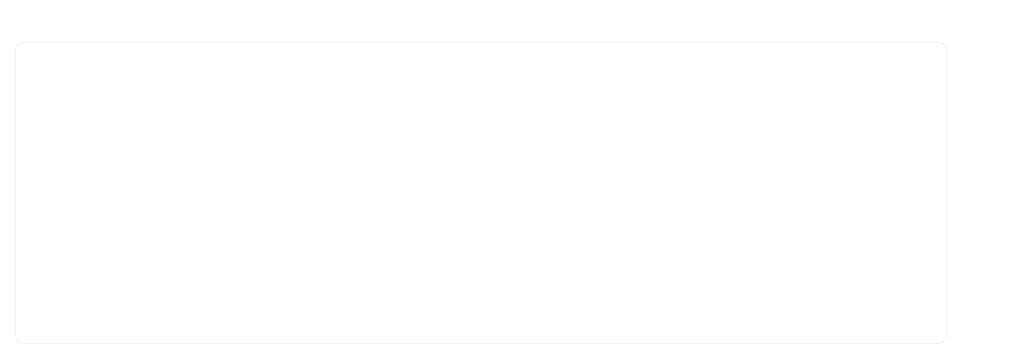
<source format=kicad_pcb>
(kicad_pcb (version 20171130) (host pcbnew "(5.1.8)-1")

  (general
    (thickness 1.6)
    (drawings 26)
    (tracks 0)
    (zones 0)
    (modules 0)
    (nets 1)
  )

  (page A3)
  (title_block
    (title "GL516 PCB Dimensional drawing")
    (date 2022-01-03)
  )

  (layers
    (0 F.Cu signal)
    (31 B.Cu signal)
    (32 B.Adhes user)
    (33 F.Adhes user)
    (34 B.Paste user)
    (35 F.Paste user)
    (36 B.SilkS user)
    (37 F.SilkS user)
    (38 B.Mask user)
    (39 F.Mask user)
    (40 Dwgs.User user)
    (41 Cmts.User user)
    (42 Eco1.User user)
    (43 Eco2.User user)
    (44 Edge.Cuts user)
    (45 Margin user)
    (46 B.CrtYd user)
    (47 F.CrtYd user)
    (48 B.Fab user)
    (49 F.Fab user)
  )

  (setup
    (last_trace_width 0.25)
    (user_trace_width 0.5)
    (user_trace_width 0.5)
    (trace_clearance 0.2)
    (zone_clearance 0.508)
    (zone_45_only no)
    (trace_min 0.2)
    (via_size 0.8)
    (via_drill 0.4)
    (via_min_size 0.4)
    (via_min_drill 0.3)
    (uvia_size 0.3)
    (uvia_drill 0.1)
    (uvias_allowed no)
    (uvia_min_size 0.2)
    (uvia_min_drill 0.1)
    (edge_width 0.1)
    (segment_width 0.2)
    (pcb_text_width 0.3)
    (pcb_text_size 1.5 1.5)
    (mod_edge_width 0.15)
    (mod_text_size 1 1)
    (mod_text_width 0.15)
    (pad_size 2.2 2.2)
    (pad_drill 2.2)
    (pad_to_mask_clearance 0)
    (aux_axis_origin 0 0)
    (visible_elements 7FFFFFFF)
    (pcbplotparams
      (layerselection 0x01000_7ffffffe)
      (usegerberextensions true)
      (usegerberattributes false)
      (usegerberadvancedattributes false)
      (creategerberjobfile false)
      (excludeedgelayer true)
      (linewidth 0.100000)
      (plotframeref false)
      (viasonmask false)
      (mode 1)
      (useauxorigin false)
      (hpglpennumber 1)
      (hpglpenspeed 20)
      (hpglpendiameter 15.000000)
      (psnegative false)
      (psa4output false)
      (plotreference true)
      (plotvalue true)
      (plotinvisibletext false)
      (padsonsilk false)
      (subtractmaskfromsilk false)
      (outputformat 4)
      (mirror false)
      (drillshape 0)
      (scaleselection 1)
      (outputdirectory "C:/Users/サリチル酸/Desktop/"))
  )

  (net 0 "")

  (net_class Default "これはデフォルトのネット クラスです。"
    (clearance 0.2)
    (trace_width 0.25)
    (via_dia 0.8)
    (via_drill 0.4)
    (uvia_dia 0.3)
    (uvia_drill 0.1)
  )

  (gr_text "Pro Micro Area" (at 206.45 109.05) (layer F.CrtYd)
    (effects (font (size 5 5) (thickness 0.8)))
  )
  (dimension 59.3 (width 0.15) (layer Eco1.User)
    (gr_text "59.300 mm" (at 328.975 84.9) (layer Eco1.User)
      (effects (font (size 2 2) (thickness 0.2)))
    )
    (feature1 (pts (xy 299.325 95.25) (xy 299.325 86.663579)))
    (feature2 (pts (xy 358.625 95.25) (xy 358.625 86.663579)))
    (crossbar (pts (xy 358.625 87.25) (xy 299.325 87.25)))
    (arrow1a (pts (xy 299.325 87.25) (xy 300.451504 86.663579)))
    (arrow1b (pts (xy 299.325 87.25) (xy 300.451504 87.836421)))
    (arrow2a (pts (xy 358.625 87.25) (xy 357.498496 86.663579)))
    (arrow2b (pts (xy 358.625 87.25) (xy 357.498496 87.836421)))
  )
  (dimension 65.5 (width 0.15) (layer Eco1.User)
    (gr_text "65.500 mm" (at 370.975 158.3 -90) (layer Eco1.User)
      (effects (font (size 2 2) (thickness 0.2)))
    )
    (feature1 (pts (xy 355.625 125.55) (xy 369.211421 125.55)))
    (feature2 (pts (xy 355.625 191.05) (xy 369.211421 191.05)))
    (crossbar (pts (xy 368.625 191.05) (xy 368.625 125.55)))
    (arrow1a (pts (xy 368.625 125.55) (xy 369.211421 126.676504)))
    (arrow1b (pts (xy 368.625 125.55) (xy 368.038579 126.676504)))
    (arrow2a (pts (xy 368.625 191.05) (xy 369.211421 189.923496)))
    (arrow2b (pts (xy 368.625 191.05) (xy 368.038579 189.923496)))
  )
  (gr_line (start 368.625 82.25) (end 381.625 82.25) (layer Eco1.User) (width 0.15))
  (gr_text 4-R3 (at 369.625 80.75) (layer Eco1.User)
    (effects (font (size 2 2) (thickness 0.2)) (justify left))
  )
  (gr_line (start 368.625 82.25) (end 357.746641 93.128359) (layer Eco1.User) (width 0.15))
  (dimension 33 (width 0.15) (layer Eco1.User)
    (gr_text "33.000 mm" (at 375.975 109.05 270) (layer Eco1.User)
      (effects (font (size 2 2) (thickness 0.2)))
    )
    (feature1 (pts (xy 299.325 125.55) (xy 374.211421 125.55)))
    (feature2 (pts (xy 299.325 92.55) (xy 374.211421 92.55)))
    (crossbar (pts (xy 373.625 92.55) (xy 373.625 125.55)))
    (arrow1a (pts (xy 373.625 125.55) (xy 373.038579 124.423496)))
    (arrow1b (pts (xy 373.625 125.55) (xy 374.211421 124.423496)))
    (arrow2a (pts (xy 373.625 92.55) (xy 373.038579 93.676504)))
    (arrow2b (pts (xy 373.625 92.55) (xy 374.211421 93.676504)))
  )
  (dimension 30 (width 0.15) (layer Eco1.User)
    (gr_text "30.000 mm" (at 370.975 110.55 270) (layer Eco1.User)
      (effects (font (size 2 2) (thickness 0.2)))
    )
    (feature1 (pts (xy 299.325 125.55) (xy 369.211421 125.55)))
    (feature2 (pts (xy 299.325 95.55) (xy 369.211421 95.55)))
    (crossbar (pts (xy 368.625 95.55) (xy 368.625 125.55)))
    (arrow1a (pts (xy 368.625 125.55) (xy 368.038579 124.423496)))
    (arrow1b (pts (xy 368.625 125.55) (xy 369.211421 124.423496)))
    (arrow2a (pts (xy 368.625 95.55) (xy 368.038579 96.676504)))
    (arrow2b (pts (xy 368.625 95.55) (xy 369.211421 96.676504)))
  )
  (dimension 185.75 (width 0.15) (layer Eco1.User)
    (gr_text "185.750 mm" (at 206.45 84.9) (layer Eco1.User)
      (effects (font (size 2 2) (thickness 0.2)))
    )
    (feature1 (pts (xy 299.325 92.55) (xy 299.325 86.663579)))
    (feature2 (pts (xy 113.575 92.55) (xy 113.575 86.663579)))
    (crossbar (pts (xy 113.575 87.25) (xy 299.325 87.25)))
    (arrow1a (pts (xy 299.325 87.25) (xy 298.198496 87.836421)))
    (arrow1b (pts (xy 299.325 87.25) (xy 298.198496 86.663579)))
    (arrow2a (pts (xy 113.575 87.25) (xy 114.701504 87.836421)))
    (arrow2b (pts (xy 113.575 87.25) (xy 114.701504 86.663579)))
  )
  (dimension 59.3 (width 0.15) (layer Eco1.User)
    (gr_text "59.300 mm" (at 83.925 84.9) (layer Eco1.User)
      (effects (font (size 2 2) (thickness 0.2)))
    )
    (feature1 (pts (xy 113.575 95.25) (xy 113.575 86.663579)))
    (feature2 (pts (xy 54.275 95.25) (xy 54.275 86.663579)))
    (crossbar (pts (xy 54.275 87.25) (xy 113.575 87.25)))
    (arrow1a (pts (xy 113.575 87.25) (xy 112.448496 87.836421)))
    (arrow1b (pts (xy 113.575 87.25) (xy 112.448496 86.663579)))
    (arrow2a (pts (xy 54.275 87.25) (xy 55.401504 87.836421)))
    (arrow2b (pts (xy 54.275 87.25) (xy 55.401504 86.663579)))
  )
  (dimension 304.35 (width 0.15) (layer Eco1.User)
    (gr_text "304.350 mm" (at 206.45 79.9) (layer Eco1.User)
      (effects (font (size 2 2) (thickness 0.2)))
    )
    (feature1 (pts (xy 358.625 95.25) (xy 358.625 81.663579)))
    (feature2 (pts (xy 54.275 95.25) (xy 54.275 81.663579)))
    (crossbar (pts (xy 54.275 82.25) (xy 358.625 82.25)))
    (arrow1a (pts (xy 358.625 82.25) (xy 357.498496 82.836421)))
    (arrow1b (pts (xy 358.625 82.25) (xy 357.498496 81.663579)))
    (arrow2a (pts (xy 54.275 82.25) (xy 55.401504 82.836421)))
    (arrow2b (pts (xy 54.275 82.25) (xy 55.401504 81.663579)))
  )
  (dimension 98.8 (width 0.15) (layer Eco1.User)
    (gr_text "98.800 mm" (at 380.975 141.65 270) (layer Eco1.User)
      (effects (font (size 2 2) (thickness 0.2)))
    )
    (feature1 (pts (xy 355.625 191.05) (xy 379.211421 191.05)))
    (feature2 (pts (xy 355.625 92.25) (xy 379.211421 92.25)))
    (crossbar (pts (xy 378.625 92.25) (xy 378.625 191.05)))
    (arrow1a (pts (xy 378.625 191.05) (xy 378.038579 189.923496)))
    (arrow1b (pts (xy 378.625 191.05) (xy 379.211421 189.923496)))
    (arrow2a (pts (xy 378.625 92.25) (xy 378.038579 93.376504)))
    (arrow2b (pts (xy 378.625 92.25) (xy 379.211421 93.376504)))
  )
  (gr_line (start 113.575 92.55) (end 113.575 95.55) (layer F.CrtYd) (width 0.15) (tstamp 60882895))
  (gr_line (start 49.275 92.55) (end 113.575 92.55) (layer F.CrtYd) (width 0.15))
  (gr_line (start 299.325 92.55) (end 299.325 95.55) (layer F.CrtYd) (width 0.15))
  (gr_line (start 363.625 92.55) (end 299.325 92.55) (layer F.CrtYd) (width 0.15))
  (gr_line (start 113.575 95.55) (end 299.325 95.55) (layer F.CrtYd) (width 0.15) (tstamp 60688D89))
  (gr_line (start 49.275 125.55) (end 363.625 125.55) (layer F.CrtYd) (width 0.15))
  (gr_arc (start 57.275 188.05) (end 54.275 188.05) (angle -90) (layer Edge.Cuts) (width 0.1) (tstamp 60576F55))
  (gr_arc (start 57.275 95.25) (end 57.275 92.25) (angle -90) (layer Edge.Cuts) (width 0.1) (tstamp 60576F20))
  (gr_arc (start 355.625 95.25) (end 358.625 95.25) (angle -90) (layer Edge.Cuts) (width 0.1) (tstamp 60576ED8))
  (gr_arc (start 355.625 188.05) (end 355.625 191.05) (angle -90) (layer Edge.Cuts) (width 0.1))
  (gr_line (start 358.625 188.05) (end 358.625 95.25) (layer Edge.Cuts) (width 0.1))
  (gr_line (start 57.275 191.05) (end 355.625 191.05) (layer Edge.Cuts) (width 0.1))
  (gr_line (start 54.275 95.25) (end 54.275 188.05) (layer Edge.Cuts) (width 0.1))
  (gr_line (start 355.625 92.25) (end 57.275 92.25) (layer Edge.Cuts) (width 0.1))

)

</source>
